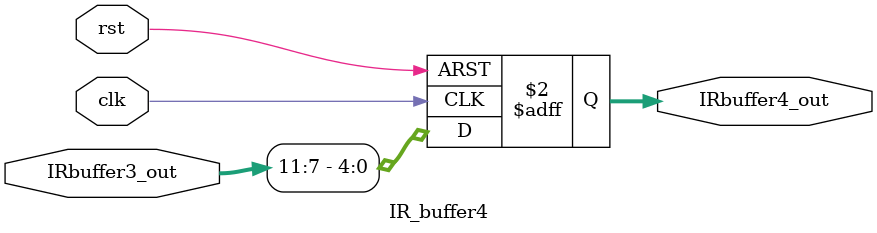
<source format=sv>
/*
 * Author: A.G. Hasan Zarook
 * University: University of Engineering and Technology, Lahore
 * Project: RISCV Pipeline Architecture
 * Date: 11th December 2024
 */
module IR_buffer4
(
    input  logic        clk,
    input  logic        rst,
    input  logic [31:0] IRbuffer3_out,       // Input from the main PC
    output logic [4:0] IRbuffer4_out       // Output to Decode stage
);
    always_ff @(posedge clk or posedge rst)
    begin
        if (rst)
            IRbuffer4_out <= 32'b0;         // Reset value
        else
            IRbuffer4_out <= IRbuffer3_out[11:7];         // Pass PC to Decode stage
    end
endmodule
</source>
